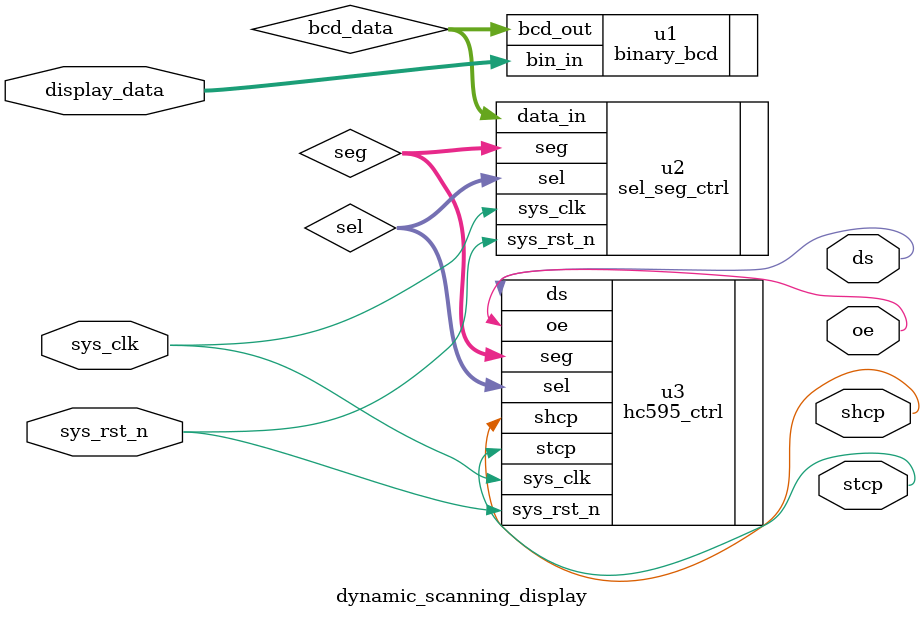
<source format=v>
module dynamic_scanning_display 
(
    input   wire            sys_clk     ,
    input   wire            sys_rst_n   ,
    input   wire    [7:0]   display_data,

    output  wire            ds          ,
    output  wire            shcp        ,
    output  wire            stcp        ,
    output  wire            oe         
);

wire    [7:0]   sel;
wire    [7:0]   seg;
wire    [11:0]  bcd_data;  

binary_bcd u1
(
	.bin_in     (display_data),
	.bcd_out    (bcd_data)
);

sel_seg_ctrl u2
(
    .sys_clk     (sys_clk),//50M
    .sys_rst_n   (sys_rst_n),
    .data_in     (bcd_data),//4×8=32 

    .sel         (sel),
    .seg         (seg)
);

hc595_ctrl u3
(
    .sys_clk    (sys_clk    ) ,
    .sys_rst_n  (sys_rst_n  ) ,
    .sel        (sel        ) ,
    .seg        (seg        ) ,
    .ds         (ds         ) ,
    .shcp       (shcp       ) ,
    .stcp       (stcp       ) ,
    .oe         (oe         )
);

endmodule
</source>
